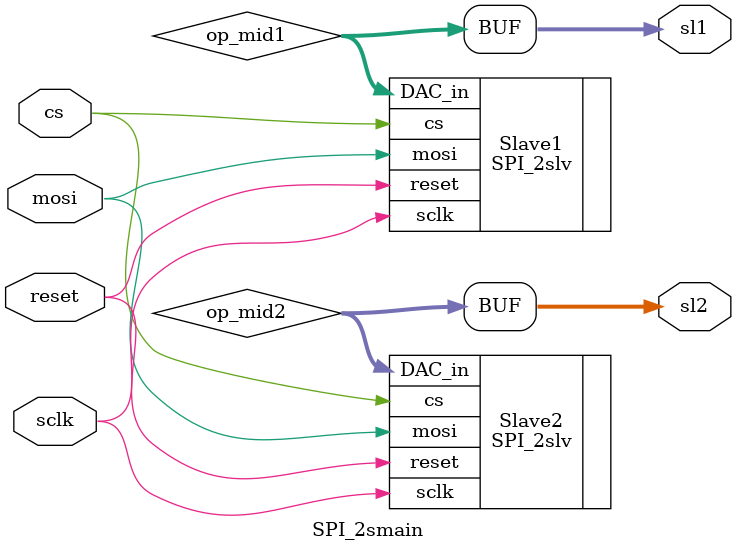
<source format=v>
module SPI_2smain(
       input sclk,cs,mosi,reset,
       output reg [7:0] sl1,sl2
       );
wire [7:0] op_mid1, op_mid2;
//Instantiating slave modules
SPI_2slv #(.addr(1'b0)) Slave1 (.sclk(sclk),.cs(cs),.mosi(mosi),.reset(reset),.DAC_in(op_mid1));
SPI_2slv #(.addr(1'b1)) Slave2 (.sclk(sclk),.cs(cs),.mosi(mosi),.reset(reset),.DAC_in(op_mid2));
always @(*)
begin
sl1 <= op_mid1;
sl2 <= op_mid2;
end
endmodule

</source>
